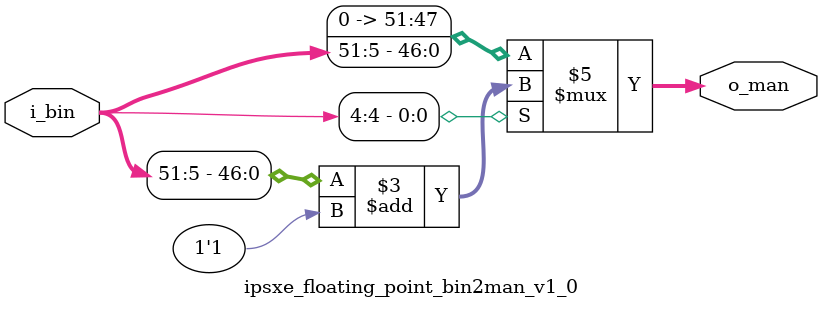
<source format=v>
`timescale 1ns/1ns

module ipsxe_floating_point_bin2man_v1_0 #(parameter MANTISSA_SIZE = 52, BINARY_SIZE = 106, RNE = 5) (
    input [BINARY_SIZE/2-1:0] i_bin,
    output reg [MANTISSA_SIZE-1:0] o_man
);

// round to nearest even
always @(*) begin: blk_o_man
    if(~i_bin[RNE-1])
        o_man = i_bin[BINARY_SIZE/2-2:RNE];
    // why this else-if branch is deleted?
    // because it prevents sqrt from achieving rne and 0.5ulp precision
    // else if(i_bin[RNE-1:0] == {1'b1, {(RNE-1){1'b0}}})
    //     if(i_bin[RNE]) // if odd
    //         o_man = i_bin[BINARY_SIZE/2-2:RNE] + 1;
    //     else // if even
    //         o_man = i_bin[BINARY_SIZE/2-2:RNE];
    else // i_bin[RNE-1:0] > {1'b1, {(RNE-1){1'b0}}}
        o_man = i_bin[BINARY_SIZE/2-2:RNE] + 1'b1;
end

endmodule
</source>
